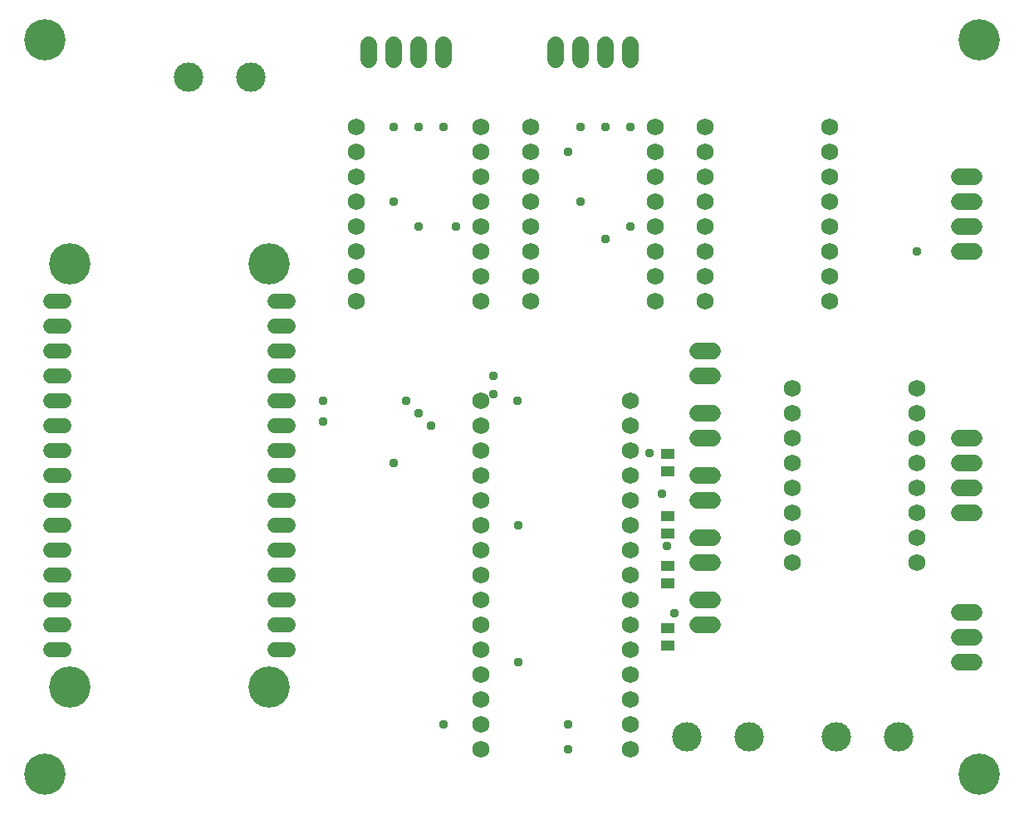
<source format=gbr>
G04 EAGLE Gerber RS-274X export*
G75*
%MOMM*%
%FSLAX34Y34*%
%LPD*%
%INSoldermask Bottom*%
%IPPOS*%
%AMOC8*
5,1,8,0,0,1.08239X$1,22.5*%
G01*
%ADD10C,4.203200*%
%ADD11C,1.727200*%
%ADD12C,3.003200*%
%ADD13C,1.511200*%
%ADD14C,3.203200*%
%ADD15C,4.219200*%
%ADD16C,1.727200*%
%ADD17R,1.403200X1.003200*%
%ADD18C,1.711200*%
%ADD19C,0.959600*%


D10*
X25400Y774700D03*
X977900Y774700D03*
X25400Y25400D03*
X977900Y25400D03*
D11*
X342900Y685800D03*
X342900Y660400D03*
X342900Y635000D03*
X342900Y609600D03*
X342900Y584200D03*
X342900Y558800D03*
X342900Y533400D03*
X342900Y508000D03*
X469900Y508000D03*
X469900Y533400D03*
X469900Y558800D03*
X469900Y584200D03*
X469900Y609600D03*
X469900Y635000D03*
X469900Y660400D03*
X469900Y685800D03*
X520700Y685800D03*
X520700Y660400D03*
X520700Y635000D03*
X520700Y609600D03*
X520700Y584200D03*
X520700Y558800D03*
X520700Y533400D03*
X520700Y508000D03*
X647700Y508000D03*
X647700Y533400D03*
X647700Y558800D03*
X647700Y584200D03*
X647700Y609600D03*
X647700Y635000D03*
X647700Y660400D03*
X647700Y685800D03*
X698500Y685800D03*
X698500Y660400D03*
X698500Y635000D03*
X698500Y609600D03*
X698500Y584200D03*
X698500Y558800D03*
X698500Y533400D03*
X698500Y508000D03*
X825500Y508000D03*
X825500Y533400D03*
X825500Y558800D03*
X825500Y584200D03*
X825500Y609600D03*
X825500Y635000D03*
X825500Y660400D03*
X825500Y685800D03*
X787400Y419100D03*
X787400Y393700D03*
X787400Y368300D03*
X787400Y342900D03*
X787400Y317500D03*
X787400Y292100D03*
X787400Y266700D03*
X787400Y241300D03*
X914400Y241300D03*
X914400Y266700D03*
X914400Y292100D03*
X914400Y317500D03*
X914400Y342900D03*
X914400Y368300D03*
X914400Y393700D03*
X914400Y419100D03*
X469900Y228600D03*
X469900Y254000D03*
X469900Y279400D03*
X469900Y304800D03*
X469900Y330200D03*
X469900Y355600D03*
X469900Y203200D03*
X469900Y177800D03*
X469900Y152400D03*
X469900Y127000D03*
X469900Y101600D03*
X469900Y76200D03*
X469900Y50800D03*
X469900Y381000D03*
X469900Y406400D03*
X622300Y228600D03*
X622300Y203200D03*
X622300Y177800D03*
X622300Y152400D03*
X622300Y127000D03*
X622300Y101600D03*
X622300Y254000D03*
X622300Y279400D03*
X622300Y304800D03*
X622300Y330200D03*
X622300Y355600D03*
X622300Y381000D03*
X622300Y406400D03*
X622300Y76200D03*
X622300Y50800D03*
D12*
X742950Y63500D03*
X679450Y63500D03*
X171450Y736600D03*
X234950Y736600D03*
X895350Y63500D03*
X831850Y63500D03*
D13*
X44640Y152400D02*
X31560Y152400D01*
X31560Y177800D02*
X44640Y177800D01*
X44640Y203200D02*
X31560Y203200D01*
X31560Y228600D02*
X44640Y228600D01*
X44640Y254000D02*
X31560Y254000D01*
X31560Y279400D02*
X44640Y279400D01*
X44640Y304800D02*
X31560Y304800D01*
X31560Y330200D02*
X44640Y330200D01*
X44640Y355600D02*
X31560Y355600D01*
X31560Y381000D02*
X44640Y381000D01*
X44640Y406400D02*
X31560Y406400D01*
X31560Y431800D02*
X44640Y431800D01*
X44640Y457200D02*
X31560Y457200D01*
X31560Y482600D02*
X44640Y482600D01*
X44640Y508000D02*
X31560Y508000D01*
X260160Y152400D02*
X273240Y152400D01*
X273240Y177800D02*
X260160Y177800D01*
X260160Y203200D02*
X273240Y203200D01*
X273240Y228600D02*
X260160Y228600D01*
X260160Y254000D02*
X273240Y254000D01*
X273240Y279400D02*
X260160Y279400D01*
X260160Y304800D02*
X273240Y304800D01*
X273240Y330200D02*
X260160Y330200D01*
X260160Y355600D02*
X273240Y355600D01*
X273240Y381000D02*
X260160Y381000D01*
X260160Y406400D02*
X273240Y406400D01*
X273240Y431800D02*
X260160Y431800D01*
X260160Y457200D02*
X273240Y457200D01*
X273240Y482600D02*
X260160Y482600D01*
X260160Y508000D02*
X273240Y508000D01*
D14*
X50800Y114300D03*
X50800Y546100D03*
X254000Y546100D03*
X254000Y114300D03*
D15*
X50800Y114300D03*
X254000Y114300D03*
X254000Y546100D03*
X50800Y546100D03*
D16*
X957580Y190500D02*
X972820Y190500D01*
X972820Y165100D02*
X957580Y165100D01*
X957580Y139700D02*
X972820Y139700D01*
D17*
X660400Y174100D03*
X660400Y156100D03*
X660400Y237600D03*
X660400Y219600D03*
X660400Y288400D03*
X660400Y270400D03*
X660400Y351900D03*
X660400Y333900D03*
D18*
X431800Y754460D02*
X431800Y769540D01*
X406400Y769540D02*
X406400Y754460D01*
X381000Y754460D02*
X381000Y769540D01*
X355600Y769540D02*
X355600Y754460D01*
X622300Y754460D02*
X622300Y769540D01*
X596900Y769540D02*
X596900Y754460D01*
X571500Y754460D02*
X571500Y769540D01*
X546100Y769540D02*
X546100Y754460D01*
X957660Y558800D02*
X972740Y558800D01*
X972740Y584200D02*
X957660Y584200D01*
X957660Y609600D02*
X972740Y609600D01*
X972740Y635000D02*
X957660Y635000D01*
X957660Y292100D02*
X972740Y292100D01*
X972740Y317500D02*
X957660Y317500D01*
X957660Y342900D02*
X972740Y342900D01*
X972740Y368300D02*
X957660Y368300D01*
X706040Y431800D02*
X690960Y431800D01*
X690960Y457200D02*
X706040Y457200D01*
X706040Y177800D02*
X690960Y177800D01*
X690960Y203200D02*
X706040Y203200D01*
X706040Y241300D02*
X690960Y241300D01*
X690960Y266700D02*
X706040Y266700D01*
X706040Y304800D02*
X690960Y304800D01*
X690960Y330200D02*
X706040Y330200D01*
X706040Y368300D02*
X690960Y368300D01*
X690960Y393700D02*
X706040Y393700D01*
D19*
X558800Y76200D03*
X558800Y50800D03*
X381000Y609600D03*
X381000Y685800D03*
X444500Y584200D03*
X431800Y685800D03*
X406400Y584200D03*
X406400Y685800D03*
X914400Y558800D03*
X571500Y609600D03*
X571500Y685800D03*
X622300Y584200D03*
X622300Y685800D03*
X596900Y571500D03*
X596900Y685800D03*
X508000Y139700D03*
X482600Y431800D03*
X506730Y406400D03*
X482600Y412750D03*
X508000Y279400D03*
X666750Y189230D03*
X659130Y257810D03*
X654050Y311150D03*
X641350Y353060D03*
X431800Y76200D03*
X393700Y406400D03*
X308610Y406400D03*
X558800Y660400D03*
X406400Y393700D03*
X308610Y384810D03*
X419100Y381000D03*
X381000Y342900D03*
M02*

</source>
